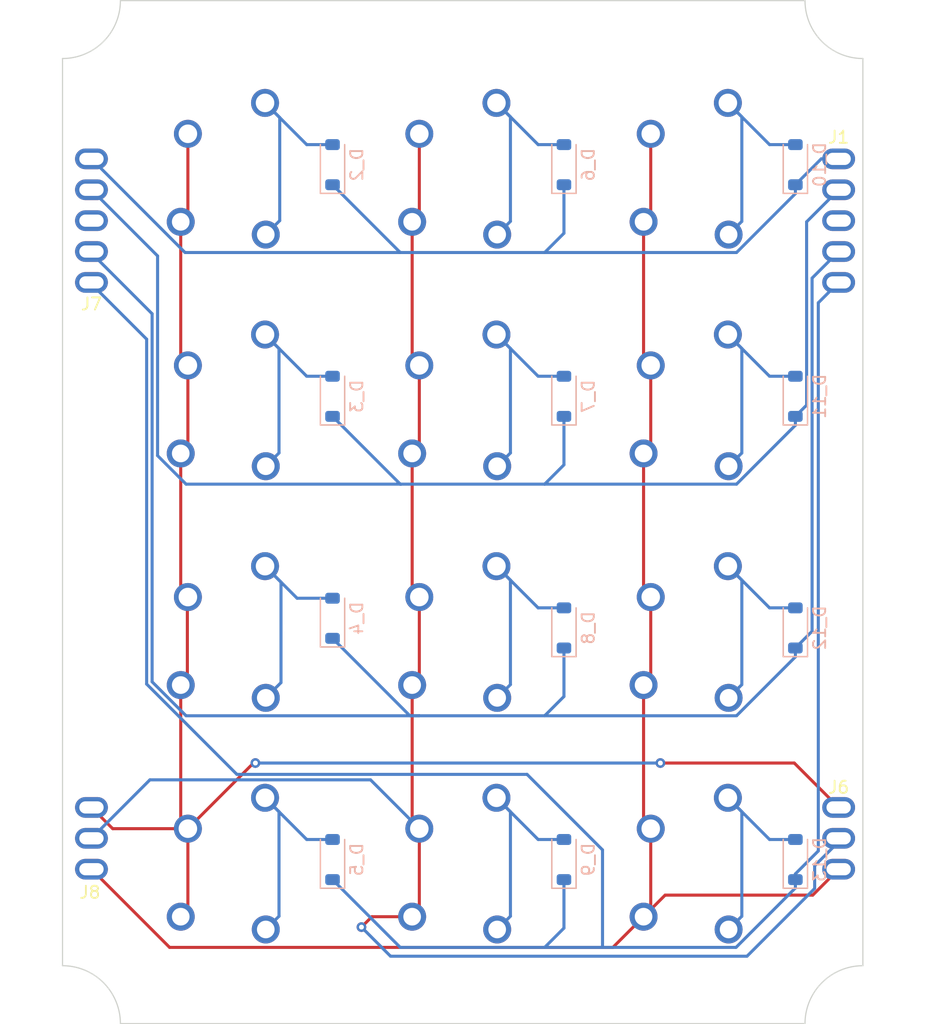
<source format=kicad_pcb>
(kicad_pcb (version 20240108) (generator "pcbnew") (generator_version "8.0")
  (layers (0 "F.Cu" signal) (31 "B.Cu" signal) (34 "B.Paste" user) (35 "F.Paste" user) (36 "B.SilkS" user "B.Silkscreen") (37 "F.SilkS" user "F.Silkscreen") (38 "B.Mask" user) (39 "F.Mask" user) (44 "Edge.Cuts" user))
  (net 0 "")
  (footprint "Connector_PinHeader_2.54mm:PinHeader_1x03_P2.54mm_Horizontal" (layer "F.Cu") (at 143.6435 114.39525)
    (property "Reference" "J6" (at 0 -1.651 0) (layer "F.SilkS"))
    (property "Value" "Conn_01x03_Socket")
    (pad "1" thru_hole oval (at 0 0) (size 2.7 1.7) (drill oval 2 1) (layers "*.Cu" "*.Mask"))
    (pad "2" thru_hole oval (at 0 2.54) (size 2.7 1.7) (drill oval 2 1) (layers "*.Cu" "*.Mask"))
    (pad "3" thru_hole oval (at 0 5.08) (size 2.7 1.7) (drill oval 2 1) (layers "*.Cu" "*.Mask"))
  )
  (footprint "Gateron_KS33_Solderable:Gateron-KS33-Solderable-1U" (layer "F.Cu") (at 93.88475 61.5315)
    (property "Reference" "K_58")
    (property "Value" "KEYSW")
    (pad "" np_thru_hole circle (at 0 0 180) (size 5.1 5.1) (drill 5.1) (layers "F&B.Cu" "*.Mask"))
    (pad "1" thru_hole circle (at -4.4 4.7 180) (size 2.3 2.3) (drill 1.45) (layers "*.Cu" "B.Mask"))
    (pad "2" thru_hole circle (at 2.6 5.75 180) (size 2.3 2.3) (drill 1.45) (layers "*.Cu" "B.Mask"))
  )
  (footprint "MX_Solderable:MX-Solderable-1U" (layer "F.Cu") (at 131.98475 99.6315)
    (property "Reference" "K_12")
    (property "Value" "KEYSW")
    (pad "" np_thru_hole circle (at -5.08 0 48.099) (size 1.7018 1.7018) (drill 1.7018) (layers "F&B.Cu" "*.Mask"))
    (pad "" np_thru_hole circle (at 0 0) (size 3.9878 3.9878) (drill 3.9878) (layers "F&B.Cu" "*.Mask"))
    (pad "" np_thru_hole circle (at 5.08 0 48.099) (size 1.7018 1.7018) (drill 1.7018) (layers "F&B.Cu" "*.Mask"))
    (pad "1" thru_hole circle (at -3.81 -2.54) (size 2.3 2.3) (drill 1.524) (layers "*.Cu" "B.Mask"))
    (pad "2" thru_hole circle (at 2.54 -5.08) (size 2.3 2.3) (drill 1.524) (layers "*.Cu" "B.Mask"))
  )
  (footprint "Connector_PinHeader_2.54mm:PinHeader_1x03_P2.54mm_Horizontal" (layer "F.Cu") (at 82.13725 119.47525 180)
    (property "Reference" "J8" (at 0.127 -1.905 0) (layer "F.SilkS"))
    (property "Value" "Conn_01x03_Socket")
    (pad "1" thru_hole oval (at 0 0 180) (size 2.7 1.7) (drill oval 2 1) (layers "*.Cu" "*.Mask"))
    (pad "2" thru_hole oval (at 0 2.54 180) (size 2.7 1.7) (drill oval 2 1) (layers "*.Cu" "*.Mask"))
    (pad "3" thru_hole oval (at 0 5.08 180) (size 2.7 1.7) (drill oval 2 1) (layers "*.Cu" "*.Mask"))
  )
  (footprint "MX_Solderable:MX-Solderable-1U" (layer "F.Cu") (at 93.88475 80.5815)
    (property "Reference" "K_3")
    (property "Value" "KEYSW")
    (pad "" np_thru_hole circle (at -5.08 0 48.099) (size 1.7018 1.7018) (drill 1.7018) (layers "F&B.Cu" "*.Mask"))
    (pad "" np_thru_hole circle (at 0 0) (size 3.9878 3.9878) (drill 3.9878) (layers "F&B.Cu" "*.Mask"))
    (pad "" np_thru_hole circle (at 5.08 0 48.099) (size 1.7018 1.7018) (drill 1.7018) (layers "F&B.Cu" "*.Mask"))
    (pad "1" thru_hole circle (at -3.81 -2.54) (size 2.3 2.3) (drill 1.524) (layers "*.Cu" "B.Mask"))
    (pad "2" thru_hole circle (at 2.54 -5.08) (size 2.3 2.3) (drill 1.524) (layers "*.Cu" "B.Mask"))
  )
  (footprint "MX_Solderable:MX-Solderable-1U" (layer "F.Cu") (at 93.88475 99.6315)
    (property "Reference" "K_4")
    (property "Value" "KEYSW")
    (pad "" np_thru_hole circle (at -5.08 0 48.099) (size 1.7018 1.7018) (drill 1.7018) (layers "F&B.Cu" "*.Mask"))
    (pad "" np_thru_hole circle (at 0 0) (size 3.9878 3.9878) (drill 3.9878) (layers "F&B.Cu" "*.Mask"))
    (pad "" np_thru_hole circle (at 5.08 0 48.099) (size 1.7018 1.7018) (drill 1.7018) (layers "F&B.Cu" "*.Mask"))
    (pad "1" thru_hole circle (at -3.81 -2.54) (size 2.3 2.3) (drill 1.524) (layers "*.Cu" "B.Mask"))
    (pad "2" thru_hole circle (at 2.54 -5.08) (size 2.3 2.3) (drill 1.524) (layers "*.Cu" "B.Mask"))
  )
  (footprint "Gateron_KS33_Solderable:Gateron-KS33-Solderable-1.25U" (layer "F.Cu") (at 93.88475 118.6815)
    (property "Reference" "K_61")
    (property "Value" "KEYSW")
    (pad "" np_thru_hole circle (at 0 0 180) (size 5.1 5.1) (drill 5.1) (layers "F&B.Cu" "*.Mask"))
    (pad "1" thru_hole circle (at -4.4 4.7 180) (size 2.3 2.3) (drill 1.45) (layers "*.Cu" "B.Mask"))
    (pad "2" thru_hole circle (at 2.6 5.75 180) (size 2.3 2.3) (drill 1.45) (layers "*.Cu" "B.Mask"))
  )
  (footprint "Gateron_KS33_Solderable:Gateron-KS33-Solderable-1U" (layer "F.Cu") (at 93.88475 99.6315)
    (property "Reference" "K_60")
    (property "Value" "KEYSW")
    (pad "" np_thru_hole circle (at 0 0 180) (size 5.1 5.1) (drill 5.1) (layers "F&B.Cu" "*.Mask"))
    (pad "1" thru_hole circle (at -4.4 4.7 180) (size 2.3 2.3) (drill 1.45) (layers "*.Cu" "B.Mask"))
    (pad "2" thru_hole circle (at 2.6 5.75 180) (size 2.3 2.3) (drill 1.45) (layers "*.Cu" "B.Mask"))
  )
  (footprint "Gateron_KS33_Solderable:Gateron-KS33-Solderable-1U" (layer "F.Cu") (at 131.98475 61.5315)
    (property "Reference" "K_66")
    (property "Value" "KEYSW")
    (pad "" np_thru_hole circle (at 0 0 180) (size 5.1 5.1) (drill 5.1) (layers "F&B.Cu" "*.Mask"))
    (pad "1" thru_hole circle (at -4.4 4.7 180) (size 2.3 2.3) (drill 1.45) (layers "*.Cu" "B.Mask"))
    (pad "2" thru_hole circle (at 2.6 5.75 180) (size 2.3 2.3) (drill 1.45) (layers "*.Cu" "B.Mask"))
  )
  (footprint "Gateron_KS33_Solderable:Gateron-KS33-Solderable-1U" (layer "F.Cu") (at 112.93475 99.6315)
    (property "Reference" "K_64")
    (property "Value" "KEYSW")
    (pad "" np_thru_hole circle (at 0 0 180) (size 5.1 5.1) (drill 5.1) (layers "F&B.Cu" "*.Mask"))
    (pad "1" thru_hole circle (at -4.4 4.7 180) (size 2.3 2.3) (drill 1.45) (layers "*.Cu" "B.Mask"))
    (pad "2" thru_hole circle (at 2.6 5.75 180) (size 2.3 2.3) (drill 1.45) (layers "*.Cu" "B.Mask"))
  )
  (footprint "MX_Solderable:MX-Solderable-1U" (layer "F.Cu") (at 93.88475 118.6815)
    (property "Reference" "K_5")
    (property "Value" "KEYSW")
    (pad "" np_thru_hole circle (at -5.08 0 48.099) (size 1.7018 1.7018) (drill 1.7018) (layers "F&B.Cu" "*.Mask"))
    (pad "" np_thru_hole circle (at 0 0) (size 3.9878 3.9878) (drill 3.9878) (layers "F&B.Cu" "*.Mask"))
    (pad "" np_thru_hole circle (at 5.08 0 48.099) (size 1.7018 1.7018) (drill 1.7018) (layers "F&B.Cu" "*.Mask"))
    (pad "1" thru_hole circle (at -3.81 -2.54) (size 2.3 2.3) (drill 1.524) (layers "*.Cu" "B.Mask"))
    (pad "2" thru_hole circle (at 2.54 -5.08) (size 2.3 2.3) (drill 1.524) (layers "*.Cu" "B.Mask"))
  )
  (footprint "Connector_PinHeader_2.54mm:PinHeader_1x05_P2.54mm_Horizontal" (layer "F.Cu") (at 143.6435 61.05525)
    (property "Reference" "J1" (at 0 -1.778 0) (layer "F.SilkS"))
    (property "Value" "Conn_01x04_Socket")
    (pad "1" thru_hole oval (at 0 0) (size 2.7 1.7) (drill oval 2 1) (layers "*.Cu" "*.Mask"))
    (pad "2" thru_hole oval (at 0 2.54) (size 2.7 1.7) (drill oval 2 1) (layers "*.Cu" "*.Mask"))
    (pad "3" thru_hole oval (at 0 5.08) (size 2.7 1.7) (drill oval 2 1) (layers "*.Cu" "*.Mask"))
    (pad "4" thru_hole oval (at 0 7.62) (size 2.7 1.7) (drill oval 2 1) (layers "*.Cu" "*.Mask"))
    (pad "5" thru_hole oval (at 0 10.16) (size 2.7 1.7) (drill oval 2 1) (layers "*.Cu" "*.Mask"))
  )
  (footprint "Gateron_KS33_Solderable:Gateron-KS33-Solderable-1U" (layer "F.Cu") (at 112.93475 118.6815)
    (property "Reference" "K_65")
    (property "Value" "KEYSW")
    (pad "" np_thru_hole circle (at 0 0 180) (size 5.1 5.1) (drill 5.1) (layers "F&B.Cu" "*.Mask"))
    (pad "1" thru_hole circle (at -4.4 4.7 180) (size 2.3 2.3) (drill 1.45) (layers "*.Cu" "B.Mask"))
    (pad "2" thru_hole circle (at 2.6 5.75 180) (size 2.3 2.3) (drill 1.45) (layers "*.Cu" "B.Mask"))
  )
  (footprint "Gateron_KS33_Solderable:Gateron-KS33-Solderable-1.25U" (layer "F.Cu") (at 131.98475 118.6815)
    (property "Reference" "K_69")
    (property "Value" "KEYSW")
    (pad "" np_thru_hole circle (at 0 0 180) (size 5.1 5.1) (drill 5.1) (layers "F&B.Cu" "*.Mask"))
    (pad "1" thru_hole circle (at -4.4 4.7 180) (size 2.3 2.3) (drill 1.45) (layers "*.Cu" "B.Mask"))
    (pad "2" thru_hole circle (at 2.6 5.75 180) (size 2.3 2.3) (drill 1.45) (layers "*.Cu" "B.Mask"))
  )
  (footprint "Gateron_KS33_Solderable:Gateron-KS33-Solderable-1U" (layer "F.Cu") (at 131.98475 99.6315)
    (property "Reference" "K_68")
    (property "Value" "KEYSW")
    (pad "" np_thru_hole circle (at 0 0 180) (size 5.1 5.1) (drill 5.1) (layers "F&B.Cu" "*.Mask"))
    (pad "1" thru_hole circle (at -4.4 4.7 180) (size 2.3 2.3) (drill 1.45) (layers "*.Cu" "B.Mask"))
    (pad "2" thru_hole circle (at 2.6 5.75 180) (size 2.3 2.3) (drill 1.45) (layers "*.Cu" "B.Mask"))
  )
  (footprint "MX_Solderable:MX-Solderable-1U" (layer "F.Cu") (at 112.93475 80.5815)
    (property "Reference" "K_7")
    (property "Value" "KEYSW")
    (pad "" np_thru_hole circle (at -5.08 0 48.099) (size 1.7018 1.7018) (drill 1.7018) (layers "F&B.Cu" "*.Mask"))
    (pad "" np_thru_hole circle (at 0 0) (size 3.9878 3.9878) (drill 3.9878) (layers "F&B.Cu" "*.Mask"))
    (pad "" np_thru_hole circle (at 5.08 0 48.099) (size 1.7018 1.7018) (drill 1.7018) (layers "F&B.Cu" "*.Mask"))
    (pad "1" thru_hole circle (at -3.81 -2.54) (size 2.3 2.3) (drill 1.524) (layers "*.Cu" "B.Mask"))
    (pad "2" thru_hole circle (at 2.54 -5.08) (size 2.3 2.3) (drill 1.524) (layers "*.Cu" "B.Mask"))
  )
  (footprint "Gateron_KS33_Solderable:Gateron-KS33-Solderable-1U" (layer "F.Cu") (at 131.98475 80.5815)
    (property "Reference" "K_67")
    (property "Value" "KEYSW")
    (pad "" np_thru_hole circle (at 0 0 180) (size 5.1 5.1) (drill 5.1) (layers "F&B.Cu" "*.Mask"))
    (pad "1" thru_hole circle (at -4.4 4.7 180) (size 2.3 2.3) (drill 1.45) (layers "*.Cu" "B.Mask"))
    (pad "2" thru_hole circle (at 2.6 5.75 180) (size 2.3 2.3) (drill 1.45) (layers "*.Cu" "B.Mask"))
  )
  (footprint "MX_Solderable:MX-Solderable-1U" (layer "F.Cu") (at 112.93475 99.6315)
    (property "Reference" "K_8")
    (property "Value" "KEYSW")
    (pad "" np_thru_hole circle (at -5.08 0 48.099) (size 1.7018 1.7018) (drill 1.7018) (layers "F&B.Cu" "*.Mask"))
    (pad "" np_thru_hole circle (at 0 0) (size 3.9878 3.9878) (drill 3.9878) (layers "F&B.Cu" "*.Mask"))
    (pad "" np_thru_hole circle (at 5.08 0 48.099) (size 1.7018 1.7018) (drill 1.7018) (layers "F&B.Cu" "*.Mask"))
    (pad "1" thru_hole circle (at -3.81 -2.54) (size 2.3 2.3) (drill 1.524) (layers "*.Cu" "B.Mask"))
    (pad "2" thru_hole circle (at 2.54 -5.08) (size 2.3 2.3) (drill 1.524) (layers "*.Cu" "B.Mask"))
  )
  (footprint "MX_Solderable:MX-Solderable-1U" (layer "F.Cu") (at 112.93475 118.6815)
    (property "Reference" "K_9")
    (property "Value" "KEYSW")
    (pad "" np_thru_hole circle (at -5.08 0 48.099) (size 1.7018 1.7018) (drill 1.7018) (layers "F&B.Cu" "*.Mask"))
    (pad "" np_thru_hole circle (at 0 0) (size 3.9878 3.9878) (drill 3.9878) (layers "F&B.Cu" "*.Mask"))
    (pad "" np_thru_hole circle (at 5.08 0 48.099) (size 1.7018 1.7018) (drill 1.7018) (layers "F&B.Cu" "*.Mask"))
    (pad "1" thru_hole circle (at -3.81 -2.54) (size 2.3 2.3) (drill 1.524) (layers "*.Cu" "B.Mask"))
    (pad "2" thru_hole circle (at 2.54 -5.08) (size 2.3 2.3) (drill 1.524) (layers "*.Cu" "B.Mask"))
  )
  (footprint "Gateron_KS33_Solderable:Gateron-KS33-Solderable-1U" (layer "F.Cu") (at 112.93475 61.5315)
    (property "Reference" "K_62")
    (property "Value" "KEYSW")
    (pad "" np_thru_hole circle (at 0 0 180) (size 5.1 5.1) (drill 5.1) (layers "F&B.Cu" "*.Mask"))
    (pad "1" thru_hole circle (at -4.4 4.7 180) (size 2.3 2.3) (drill 1.45) (layers "*.Cu" "B.Mask"))
    (pad "2" thru_hole circle (at 2.6 5.75 180) (size 2.3 2.3) (drill 1.45) (layers "*.Cu" "B.Mask"))
  )
  (footprint "MX_Solderable:MX-Solderable-1U" (layer "F.Cu") (at 93.88475 61.5315)
    (property "Reference" "K_2")
    (property "Value" "KEYSW")
    (pad "" np_thru_hole circle (at -5.08 0 48.099) (size 1.7018 1.7018) (drill 1.7018) (layers "F&B.Cu" "*.Mask"))
    (pad "" np_thru_hole circle (at 0 0) (size 3.9878 3.9878) (drill 3.9878) (layers "F&B.Cu" "*.Mask"))
    (pad "" np_thru_hole circle (at 5.08 0 48.099) (size 1.7018 1.7018) (drill 1.7018) (layers "F&B.Cu" "*.Mask"))
    (pad "1" thru_hole circle (at -3.81 -2.54) (size 2.3 2.3) (drill 1.524) (layers "*.Cu" "B.Mask"))
    (pad "2" thru_hole circle (at 2.54 -5.08) (size 2.3 2.3) (drill 1.524) (layers "*.Cu" "B.Mask"))
  )
  (footprint "MX_Solderable:MX-Solderable-1U" (layer "F.Cu") (at 131.98475 118.6815)
    (property "Reference" "K_13")
    (property "Value" "KEYSW")
    (pad "" np_thru_hole circle (at -5.08 0 48.099) (size 1.7018 1.7018) (drill 1.7018) (layers "F&B.Cu" "*.Mask"))
    (pad "" np_thru_hole circle (at 0 0) (size 3.9878 3.9878) (drill 3.9878) (layers "F&B.Cu" "*.Mask"))
    (pad "" np_thru_hole circle (at 5.08 0 48.099) (size 1.7018 1.7018) (drill 1.7018) (layers "F&B.Cu" "*.Mask"))
    (pad "1" thru_hole circle (at -3.81 -2.54) (size 2.3 2.3) (drill 1.524) (layers "*.Cu" "B.Mask"))
    (pad "2" thru_hole circle (at 2.54 -5.08) (size 2.3 2.3) (drill 1.524) (layers "*.Cu" "B.Mask"))
  )
  (footprint "MX_Solderable:MX-Solderable-1U" (layer "F.Cu") (at 131.98475 61.5315)
    (property "Reference" "K_10")
    (property "Value" "KEYSW")
    (pad "" np_thru_hole circle (at -5.08 0 48.099) (size 1.7018 1.7018) (drill 1.7018) (layers "F&B.Cu" "*.Mask"))
    (pad "" np_thru_hole circle (at 0 0) (size 3.9878 3.9878) (drill 3.9878) (layers "F&B.Cu" "*.Mask"))
    (pad "" np_thru_hole circle (at 5.08 0 48.099) (size 1.7018 1.7018) (drill 1.7018) (layers "F&B.Cu" "*.Mask"))
    (pad "1" thru_hole circle (at -3.81 -2.54) (size 2.3 2.3) (drill 1.524) (layers "*.Cu" "B.Mask"))
    (pad "2" thru_hole circle (at 2.54 -5.08) (size 2.3 2.3) (drill 1.524) (layers "*.Cu" "B.Mask"))
  )
  (footprint "Gateron_KS33_Solderable:Gateron-KS33-Solderable-1U" (layer "F.Cu") (at 112.93475 80.5815)
    (property "Reference" "K_63")
    (property "Value" "KEYSW")
    (pad "" np_thru_hole circle (at 0 0 180) (size 5.1 5.1) (drill 5.1) (layers "F&B.Cu" "*.Mask"))
    (pad "1" thru_hole circle (at -4.4 4.7 180) (size 2.3 2.3) (drill 1.45) (layers "*.Cu" "B.Mask"))
    (pad "2" thru_hole circle (at 2.6 5.75 180) (size 2.3 2.3) (drill 1.45) (layers "*.Cu" "B.Mask"))
  )
  (footprint "MX_Solderable:MX-Solderable-1U" (layer "F.Cu") (at 131.98475 80.5815)
    (property "Reference" "K_11")
    (property "Value" "KEYSW")
    (pad "" np_thru_hole circle (at -5.08 0 48.099) (size 1.7018 1.7018) (drill 1.7018) (layers "F&B.Cu" "*.Mask"))
    (pad "" np_thru_hole circle (at 0 0) (size 3.9878 3.9878) (drill 3.9878) (layers "F&B.Cu" "*.Mask"))
    (pad "" np_thru_hole circle (at 5.08 0 48.099) (size 1.7018 1.7018) (drill 1.7018) (layers "F&B.Cu" "*.Mask"))
    (pad "1" thru_hole circle (at -3.81 -2.54) (size 2.3 2.3) (drill 1.524) (layers "*.Cu" "B.Mask"))
    (pad "2" thru_hole circle (at 2.54 -5.08) (size 2.3 2.3) (drill 1.524) (layers "*.Cu" "B.Mask"))
  )
  (footprint "Connector_PinHeader_2.54mm:PinHeader_1x05_P2.54mm_Horizontal" (layer "F.Cu") (at 82.13725 71.21525 180)
    (property "Reference" "J7" (at 0 -1.778 180) (layer "F.SilkS"))
    (property "Value" "Conn_01x04_Socket")
    (pad "1" thru_hole oval (at 0 0 180) (size 2.7 1.7) (drill oval 2 1) (layers "*.Cu" "*.Mask"))
    (pad "2" thru_hole oval (at 0 2.54 180) (size 2.7 1.7) (drill oval 2 1) (layers "*.Cu" "*.Mask"))
    (pad "3" thru_hole oval (at 0 5.08 180) (size 2.7 1.7) (drill oval 2 1) (layers "*.Cu" "*.Mask"))
    (pad "4" thru_hole oval (at 0 7.62 180) (size 2.7 1.7) (drill oval 2 1) (layers "*.Cu" "*.Mask"))
    (pad "5" thru_hole oval (at 0 10.16 180) (size 2.7 1.7) (drill oval 2 1) (layers "*.Cu" "*.Mask"))
  )
  (footprint "Gateron_KS33_Solderable:Gateron-KS33-Solderable-1U" (layer "F.Cu") (at 93.88475 80.5815)
    (property "Reference" "K_59")
    (property "Value" "KEYSW")
    (pad "" np_thru_hole circle (at 0 0 180) (size 5.1 5.1) (drill 5.1) (layers "F&B.Cu" "*.Mask"))
    (pad "1" thru_hole circle (at -4.4 4.7 180) (size 2.3 2.3) (drill 1.45) (layers "*.Cu" "B.Mask"))
    (pad "2" thru_hole circle (at 2.6 5.75 180) (size 2.3 2.3) (drill 1.45) (layers "*.Cu" "B.Mask"))
  )
  (footprint "MX_Solderable:MX-Solderable-1U" (layer "F.Cu") (at 112.93475 61.5315)
    (property "Reference" "K_6")
    (property "Value" "KEYSW")
    (pad "" np_thru_hole circle (at -5.08 0 48.099) (size 1.7018 1.7018) (drill 1.7018) (layers "F&B.Cu" "*.Mask"))
    (pad "" np_thru_hole circle (at 0 0) (size 3.9878 3.9878) (drill 3.9878) (layers "F&B.Cu" "*.Mask"))
    (pad "" np_thru_hole circle (at 5.08 0 48.099) (size 1.7018 1.7018) (drill 1.7018) (layers "F&B.Cu" "*.Mask"))
    (pad "1" thru_hole circle (at -3.81 -2.54) (size 2.3 2.3) (drill 1.524) (layers "*.Cu" "B.Mask"))
    (pad "2" thru_hole circle (at 2.54 -5.08) (size 2.3 2.3) (drill 1.524) (layers "*.Cu" "B.Mask"))
  )
  (footprint "Diode_SMD:D_SOD-123" (layer "B.Cu") (at 101.981 61.5315 90)
    (property "Reference" "D_2" (at 0 2 90) (layer "B.SilkS") (effects (justify mirror)))
    (property "Value" "D")
    (fp_line (start 1.65 -1) (end -2.36 -1) (stroke (width 0.12)) (layer "B.SilkS"))
    (fp_line (start -2.36 -1) (end -2.36 1) (stroke (width 0.12)) (layer "B.SilkS"))
    (fp_line (start 1.65 1) (end -2.36 1) (stroke (width 0.12)) (layer "B.SilkS"))
    (pad "1" smd roundrect (at -1.65 0 90) (size 0.9 1.2) (layers "B.Cu" "B.Paste" "B.Mask"))
    (pad "2" smd roundrect (at 1.65 0 90) (size 0.9 1.2) (layers "B.Cu" "B.Paste" "B.Mask"))
  )
  (footprint "Diode_SMD:D_SOD-123" (layer "B.Cu") (at 121.031 99.6315 90)
    (property "Reference" "D_8" (at 0 2 90) (layer "B.SilkS") (effects (justify mirror)))
    (property "Value" "D")
    (fp_line (start 1.65 -1) (end -2.36 -1) (stroke (width 0.12)) (layer "B.SilkS"))
    (fp_line (start -2.36 -1) (end -2.36 1) (stroke (width 0.12)) (layer "B.SilkS"))
    (fp_line (start 1.65 1) (end -2.36 1) (stroke (width 0.12)) (layer "B.SilkS"))
    (pad "1" smd roundrect (at -1.65 0 90) (size 0.9 1.2) (layers "B.Cu" "B.Paste" "B.Mask"))
    (pad "2" smd roundrect (at 1.65 0 90) (size 0.9 1.2) (layers "B.Cu" "B.Paste" "B.Mask"))
  )
  (footprint "Diode_SMD:D_SOD-123" (layer "B.Cu") (at 121.031 118.6815 90)
    (property "Reference" "D_9" (at 0 2 90) (layer "B.SilkS") (effects (justify mirror)))
    (property "Value" "D")
    (fp_line (start 1.65 -1) (end -2.36 -1) (stroke (width 0.12)) (layer "B.SilkS"))
    (fp_line (start -2.36 -1) (end -2.36 1) (stroke (width 0.12)) (layer "B.SilkS"))
    (fp_line (start 1.65 1) (end -2.36 1) (stroke (width 0.12)) (layer "B.SilkS"))
    (pad "1" smd roundrect (at -1.65 0 90) (size 0.9 1.2) (layers "B.Cu" "B.Paste" "B.Mask"))
    (pad "2" smd roundrect (at 1.65 0 90) (size 0.9 1.2) (layers "B.Cu" "B.Paste" "B.Mask"))
  )
  (footprint "Diode_SMD:D_SOD-123" (layer "B.Cu") (at 121.031 61.5315 90)
    (property "Reference" "D_6" (at 0 2 90) (layer "B.SilkS") (effects (justify mirror)))
    (property "Value" "D")
    (fp_line (start 1.65 -1) (end -2.36 -1) (stroke (width 0.12)) (layer "B.SilkS"))
    (fp_line (start -2.36 -1) (end -2.36 1) (stroke (width 0.12)) (layer "B.SilkS"))
    (fp_line (start 1.65 1) (end -2.36 1) (stroke (width 0.12)) (layer "B.SilkS"))
    (pad "1" smd roundrect (at -1.65 0 90) (size 0.9 1.2) (layers "B.Cu" "B.Paste" "B.Mask"))
    (pad "2" smd roundrect (at 1.65 0 90) (size 0.9 1.2) (layers "B.Cu" "B.Paste" "B.Mask"))
  )
  (footprint "Diode_SMD:D_SOD-123" (layer "B.Cu") (at 101.981 98.83775 90)
    (property "Reference" "D_4" (at 0 2 90) (layer "B.SilkS") (effects (justify mirror)))
    (property "Value" "D")
    (fp_line (start 1.65 -1) (end -2.36 -1) (stroke (width 0.12)) (layer "B.SilkS"))
    (fp_line (start -2.36 -1) (end -2.36 1) (stroke (width 0.12)) (layer "B.SilkS"))
    (fp_line (start 1.65 1) (end -2.36 1) (stroke (width 0.12)) (layer "B.SilkS"))
    (pad "1" smd roundrect (at -1.65 0 90) (size 0.9 1.2) (layers "B.Cu" "B.Paste" "B.Mask"))
    (pad "2" smd roundrect (at 1.65 0 90) (size 0.9 1.2) (layers "B.Cu" "B.Paste" "B.Mask"))
  )
  (footprint "Diode_SMD:D_SOD-123" (layer "B.Cu") (at 101.981 80.5815 90)
    (property "Reference" "D_3" (at 0 2 90) (layer "B.SilkS") (effects (justify mirror)))
    (property "Value" "D")
    (fp_line (start 1.65 -1) (end -2.36 -1) (stroke (width 0.12)) (layer "B.SilkS"))
    (fp_line (start -2.36 -1) (end -2.36 1) (stroke (width 0.12)) (layer "B.SilkS"))
    (fp_line (start 1.65 1) (end -2.36 1) (stroke (width 0.12)) (layer "B.SilkS"))
    (pad "1" smd roundrect (at -1.65 0 90) (size 0.9 1.2) (layers "B.Cu" "B.Paste" "B.Mask"))
    (pad "2" smd roundrect (at 1.65 0 90) (size 0.9 1.2) (layers "B.Cu" "B.Paste" "B.Mask"))
  )
  (footprint "Diode_SMD:D_SOD-123" (layer "B.Cu") (at 140.081 80.5815 90)
    (property "Reference" "D_11" (at 0 2 90) (layer "B.SilkS") (effects (justify mirror)))
    (property "Value" "D")
    (fp_line (start 1.65 -1) (end -2.36 -1) (stroke (width 0.12)) (layer "B.SilkS"))
    (fp_line (start -2.36 -1) (end -2.36 1) (stroke (width 0.12)) (layer "B.SilkS"))
    (fp_line (start 1.65 1) (end -2.36 1) (stroke (width 0.12)) (layer "B.SilkS"))
    (pad "1" smd roundrect (at -1.65 0 90) (size 0.9 1.2) (layers "B.Cu" "B.Paste" "B.Mask"))
    (pad "2" smd roundrect (at 1.65 0 90) (size 0.9 1.2) (layers "B.Cu" "B.Paste" "B.Mask"))
  )
  (footprint "Diode_SMD:D_SOD-123" (layer "B.Cu") (at 101.981 118.6815 90)
    (property "Reference" "D_5" (at 0 2 90) (layer "B.SilkS") (effects (justify mirror)))
    (property "Value" "D")
    (fp_line (start 1.65 -1) (end -2.36 -1) (stroke (width 0.12)) (layer "B.SilkS"))
    (fp_line (start -2.36 -1) (end -2.36 1) (stroke (width 0.12)) (layer "B.SilkS"))
    (fp_line (start 1.65 1) (end -2.36 1) (stroke (width 0.12)) (layer "B.SilkS"))
    (pad "1" smd roundrect (at -1.65 0 90) (size 0.9 1.2) (layers "B.Cu" "B.Paste" "B.Mask"))
    (pad "2" smd roundrect (at 1.65 0 90) (size 0.9 1.2) (layers "B.Cu" "B.Paste" "B.Mask"))
  )
  (footprint "Diode_SMD:D_SOD-123" (layer "B.Cu") (at 121.031 80.5815 90)
    (property "Reference" "D_7" (at 0 2 90) (layer "B.SilkS") (effects (justify mirror)))
    (property "Value" "D")
    (fp_line (start 1.65 -1) (end -2.36 -1) (stroke (width 0.12)) (layer "B.SilkS"))
    (fp_line (start -2.36 -1) (end -2.36 1) (stroke (width 0.12)) (layer "B.SilkS"))
    (fp_line (start 1.65 1) (end -2.36 1) (stroke (width 0.12)) (layer "B.SilkS"))
    (pad "1" smd roundrect (at -1.65 0 90) (size 0.9 1.2) (layers "B.Cu" "B.Paste" "B.Mask"))
    (pad "2" smd roundrect (at 1.65 0 90) (size 0.9 1.2) (layers "B.Cu" "B.Paste" "B.Mask"))
  )
  (footprint "Diode_SMD:D_SOD-123" (layer "B.Cu") (at 140.081 118.6815 90)
    (property "Reference" "D_13" (at 0 2 90) (layer "B.SilkS") (effects (justify mirror)))
    (property "Value" "D")
    (fp_line (start 1.65 -1) (end -2.36 -1) (stroke (width 0.12)) (layer "B.SilkS"))
    (fp_line (start -2.36 -1) (end -2.36 1) (stroke (width 0.12)) (layer "B.SilkS"))
    (fp_line (start 1.65 1) (end -2.36 1) (stroke (width 0.12)) (layer "B.SilkS"))
    (pad "1" smd roundrect (at -1.65 0 90) (size 0.9 1.2) (layers "B.Cu" "B.Paste" "B.Mask"))
    (pad "2" smd roundrect (at 1.65 0 90) (size 0.9 1.2) (layers "B.Cu" "B.Paste" "B.Mask"))
  )
  (footprint "Diode_SMD:D_SOD-123" (layer "B.Cu") (at 140.081 99.6315 90)
    (property "Reference" "D_12" (at 0 2 90) (layer "B.SilkS") (effects (justify mirror)))
    (property "Value" "D")
    (fp_line (start 1.65 -1) (end -2.36 -1) (stroke (width 0.12)) (layer "B.SilkS"))
    (fp_line (start -2.36 -1) (end -2.36 1) (stroke (width 0.12)) (layer "B.SilkS"))
    (fp_line (start 1.65 1) (end -2.36 1) (stroke (width 0.12)) (layer "B.SilkS"))
    (pad "1" smd roundrect (at -1.65 0 90) (size 0.9 1.2) (layers "B.Cu" "B.Paste" "B.Mask"))
    (pad "2" smd roundrect (at 1.65 0 90) (size 0.9 1.2) (layers "B.Cu" "B.Paste" "B.Mask"))
  )
  (footprint "Diode_SMD:D_SOD-123" (layer "B.Cu") (at 140.081 61.5315 90)
    (property "Reference" "D_10" (at 0 2 90) (layer "B.SilkS") (effects (justify mirror)))
    (property "Value" "D")
    (fp_line (start 1.65 -1) (end -2.36 -1) (stroke (width 0.12)) (layer "B.SilkS"))
    (fp_line (start -2.36 -1) (end -2.36 1) (stroke (width 0.12)) (layer "B.SilkS"))
    (fp_line (start 1.65 1) (end -2.36 1) (stroke (width 0.12)) (layer "B.SilkS"))
    (pad "1" smd roundrect (at -1.65 0 90) (size 0.9 1.2) (layers "B.Cu" "B.Paste" "B.Mask"))
    (pad "2" smd roundrect (at 1.65 0 90) (size 0.9 1.2) (layers "B.Cu" "B.Paste" "B.Mask"))
  )
  (gr_line (start 145.63725 127.41275) (end 145.63725 52.80025) (stroke (width 0.1)) (layer "Edge.Cuts"))
  (gr_line (start 84.5185 132.17525) (end 140.87475 132.17525) (stroke (width 0.1)) (layer "Edge.Cuts"))
  (gr_arc (start 79.756 127.41275) (mid 83.123591 128.807659) (end 84.5185 132.17525) (stroke (width 0.1)) (layer "Edge.Cuts"))
  (gr_line (start 140.87475 48.03775) (end 84.5185 48.03775) (stroke (width 0.1)) (layer "Edge.Cuts"))
  (gr_arc (start 145.63725 52.80025) (mid 142.269654 51.405346) (end 140.87475 48.03775) (stroke (width 0.1)) (layer "Edge.Cuts"))
  (gr_arc (start 140.87475 132.17525) (mid 142.269654 128.807654) (end 145.63725 127.41275) (stroke (width 0.1)) (layer "Edge.Cuts"))
  (gr_arc (start 84.5185 48.03775) (mid 83.123586 51.405336) (end 79.756 52.80025) (stroke (width 0.1)) (layer "Edge.Cuts"))
  (gr_line (start 79.756 52.80025) (end 79.756 127.41275) (stroke (width 0.1)) (layer "Edge.Cuts"))
  (segment (start 109.12475 103.7415) (end 108.53475 104.3315) (width 0.25) (layer "F.Cu") (net 0))
  (segment (start 105.2185 123.3815) (end 108.53475 123.3815) (width 0.25) (layer "F.Cu") (net 0))
  (segment (start 90.07475 97.0915) (end 90.03065 97.1356) (width 0.25) (layer "F.Cu") (net 0))
  (segment (start 104.36225 124.23775) (end 105.2185 123.3815) (width 0.25) (layer "F.Cu") (net 0))
  (segment (start 90.07475 116.1415) (end 90.07475 122.7915) (width 0.25) (layer "F.Cu") (net 0))
  (segment (start 89.48475 104.3315) (end 89.48475 115.5515) (width 0.25) (layer "F.Cu") (net 0))
  (segment (start 108.53475 66.2315) (end 108.53475 77.4515) (width 0.25) (layer "F.Cu") (net 0))
  (segment (start 88.5685 125.9065) (end 82.13725 119.47525) (width 0.25) (layer "F.Cu") (net 0))
  (segment (start 89.48475 77.4515) (end 90.07475 78.0415) (width 0.25) (layer "F.Cu") (net 0))
  (segment (start 90.03065 103.7856) (end 89.48475 104.3315) (width 0.25) (layer "F.Cu") (net 0))
  (segment (start 127.58475 123.3815) (end 125.05975 125.9065) (width 0.25) (layer "F.Cu") (net 0))
  (segment (start 90.07475 65.6415) (end 89.48475 66.2315) (width 0.25) (layer "F.Cu") (net 0))
  (segment (start 128.17475 103.7415) (end 127.58475 104.3315) (width 0.25) (layer "F.Cu") (net 0))
  (segment (start 128.17475 116.1415) (end 128.17475 122.7915) (width 0.25) (layer "F.Cu") (net 0))
  (segment (start 128.17475 65.6415) (end 127.58475 66.2315) (width 0.25) (layer "F.Cu") (net 0))
  (segment (start 89.48475 115.5515) (end 90.07475 116.1415) (width 0.25) (layer "F.Cu") (net 0))
  (segment (start 89.48475 85.2815) (end 89.48475 96.5015) (width 0.25) (layer "F.Cu") (net 0))
  (segment (start 108.53475 115.5515) (end 109.12475 116.1415) (width 0.25) (layer "F.Cu") (net 0))
  (segment (start 95.631 110.744) (end 95.47225 110.744) (width 0.25) (layer "F.Cu") (net 0))
  (segment (start 108.53475 104.3315) (end 108.53475 115.5515) (width 0.25) (layer "F.Cu") (net 0))
  (segment (start 109.12475 116.1415) (end 109.12475 122.7915) (width 0.25) (layer "F.Cu") (net 0))
  (segment (start 128.17475 122.7915) (end 127.58475 123.3815) (width 0.25) (layer "F.Cu") (net 0))
  (segment (start 90.03065 97.1356) (end 90.03065 103.7856) (width 0.25) (layer "F.Cu") (net 0))
  (segment (start 141.51225 121.6065) (end 129.35975 121.6065) (width 0.25) (layer "F.Cu") (net 0))
  (segment (start 108.53475 77.4515) (end 109.12475 78.0415) (width 0.25) (layer "F.Cu") (net 0))
  (segment (start 83.8835 116.1415) (end 82.13725 114.39525) (width 0.25) (layer "F.Cu") (net 0))
  (segment (start 108.53475 85.2815) (end 108.53475 96.5015) (width 0.25) (layer "F.Cu") (net 0))
  (segment (start 90.07475 84.6915) (end 89.48475 85.2815) (width 0.25) (layer "F.Cu") (net 0))
  (segment (start 90.07475 58.9915) (end 90.07475 65.6415) (width 0.25) (layer "F.Cu") (net 0))
  (segment (start 108.53475 96.5015) (end 109.12475 97.0915) (width 0.25) (layer "F.Cu") (net 0))
  (segment (start 109.12475 58.9915) (end 109.12475 65.6415) (width 0.25) (layer "F.Cu") (net 0))
  (segment (start 128.17475 84.6915) (end 127.58475 85.2815) (width 0.25) (layer "F.Cu") (net 0))
  (segment (start 129.35975 121.6065) (end 127.58475 123.3815) (width 0.25) (layer "F.Cu") (net 0))
  (segment (start 109.12475 97.0915) (end 109.12475 103.7415) (width 0.25) (layer "F.Cu") (net 0))
  (segment (start 143.6435 119.47525) (end 141.51225 121.6065) (width 0.25) (layer "F.Cu") (net 0))
  (segment (start 128.17475 97.0915) (end 128.17475 103.7415) (width 0.25) (layer "F.Cu") (net 0))
  (segment (start 127.58475 77.4515) (end 128.17475 78.0415) (width 0.25) (layer "F.Cu") (net 0))
  (segment (start 128.17475 78.0415) (end 128.17475 84.6915) (width 0.25) (layer "F.Cu") (net 0))
  (segment (start 143.6435 114.39525) (end 139.99225 110.744) (width 0.25) (layer "F.Cu") (net 0))
  (segment (start 127.58475 66.2315) (end 127.58475 77.4515) (width 0.25) (layer "F.Cu") (net 0))
  (segment (start 90.07475 78.0415) (end 90.07475 84.6915) (width 0.25) (layer "F.Cu") (net 0))
  (segment (start 90.07475 116.1415) (end 83.8835 116.1415) (width 0.25) (layer "F.Cu") (net 0))
  (segment (start 89.48475 96.5015) (end 90.07475 97.0915) (width 0.25) (layer "F.Cu") (net 0))
  (segment (start 109.12475 65.6415) (end 108.53475 66.2315) (width 0.25) (layer "F.Cu") (net 0))
  (segment (start 128.17475 58.9915) (end 128.17475 65.6415) (width 0.25) (layer "F.Cu") (net 0))
  (segment (start 89.48475 66.2315) (end 89.48475 77.4515) (width 0.25) (layer "F.Cu") (net 0))
  (segment (start 109.12475 78.0415) (end 109.12475 84.6915) (width 0.25) (layer "F.Cu") (net 0))
  (segment (start 127.58475 115.5515) (end 128.17475 116.1415) (width 0.25) (layer "F.Cu") (net 0))
  (segment (start 127.58475 104.3315) (end 127.58475 115.5515) (width 0.25) (layer "F.Cu") (net 0))
  (segment (start 109.12475 122.7915) (end 108.53475 123.3815) (width 0.25) (layer "F.Cu") (net 0))
  (segment (start 90.07475 122.7915) (end 89.48475 123.3815) (width 0.25) (layer "F.Cu") (net 0))
  (segment (start 95.47225 110.744) (end 90.07475 116.1415) (width 0.25) (layer "F.Cu") (net 0))
  (segment (start 139.99225 110.744) (end 128.9685 110.744) (width 0.25) (layer "F.Cu") (net 0))
  (segment (start 125.05975 125.9065) (end 88.5685 125.9065) (width 0.25) (layer "F.Cu") (net 0))
  (segment (start 127.58475 85.2815) (end 127.58475 96.5015) (width 0.25) (layer "F.Cu") (net 0))
  (segment (start 127.58475 96.5015) (end 128.17475 97.0915) (width 0.25) (layer "F.Cu") (net 0))
  (segment (start 109.12475 84.6915) (end 108.53475 85.2815) (width 0.25) (layer "F.Cu") (net 0))
  (via (at 128.9685 110.744) (size 0.8) (drill 0.4) (layers "F.Cu" "B.Cu") (net 0))
  (via (at 95.631 110.744) (size 0.8) (drill 0.4) (layers "F.Cu" "B.Cu") (net 0))
  (via (at 104.36225 124.23775) (size 0.8) (drill 0.4) (layers "F.Cu" "B.Cu") (net 0))
  (segment (start 135.23725 68.7565) (end 140.081 63.91275) (width 0.25) (layer "B.Cu") (net 0))
  (segment (start 115.47475 56.4515) (end 118.90475 59.8815) (width 0.25) (layer "B.Cu") (net 0))
  (segment (start 124.206 125.9065) (end 135.195716 125.9065) (width 0.25) (layer "B.Cu") (net 0))
  (segment (start 115.47475 94.5515) (end 118.90475 97.9815) (width 0.25) (layer "B.Cu") (net 0))
  (segment (start 119.4435 68.7565) (end 135.23725 68.7565) (width 0.25) (layer "B.Cu") (net 0))
  (segment (start 117.99475 111.6765) (end 94.107388 111.6765) (width 0.25) (layer "B.Cu") (net 0))
  (segment (start 135.195716 125.9065) (end 140.081 121.021216) (width 0.25) (layer "B.Cu") (net 0))
  (segment (start 109.12475 106.8565) (end 119.4435 106.8565) (width 0.25) (layer "B.Cu") (net 0))
  (segment (start 143.6435 71.21525) (end 141.9685 72.89025) (width 0.25) (layer "B.Cu") (net 0))
  (segment (start 107.556 87.8065) (end 107.6185 87.8065) (width 0.25) (layer "B.Cu") (net 0))
  (segment (start 115.47475 113.6015) (end 116.62475 114.7515) (width 0.25) (layer "B.Cu") (net 0))
  (segment (start 116.62475 95.7015) (end 116.62475 104.2915) (width 0.25) (layer "B.Cu") (net 0))
  (segment (start 82.13725 71.34225) (end 82.13725 71.21525) (width 0.25) (layer "B.Cu") (net 0))
  (segment (start 87.12885 73.79385) (end 82.13725 68.80225) (width 0.25) (layer "B.Cu") (net 0))
  (segment (start 99.85475 59.8815) (end 101.981 59.8815) (width 0.25) (layer "B.Cu") (net 0))
  (segment (start 116.62475 76.6515) (end 116.62475 85.2415) (width 0.25) (layer "B.Cu") (net 0))
  (segment (start 121.031 86.219) (end 119.4435 87.8065) (width 0.25) (layer "B.Cu") (net 0))
  (segment (start 116.62475 57.6015) (end 116.62475 66.1915) (width 0.25) (layer "B.Cu") (net 0))
  (segment (start 96.42475 94.5515) (end 97.73885 95.8656) (width 0.25) (layer "B.Cu") (net 0))
  (segment (start 134.52475 94.5515) (end 135.67475 95.7015) (width 0.25) (layer "B.Cu") (net 0))
  (segment (start 101.981 63.1815) (end 107.506 68.7065) (width 0.25) (layer "B.Cu") (net 0))
  (segment (start 116.62475 104.2915) (end 115.53475 105.3815) (width 0.25) (layer "B.Cu") (net 0))
  (segment (start 134.52475 113.6015) (end 135.67475 114.7515) (width 0.25) (layer "B.Cu") (net 0))
  (segment (start 99.85475 117.0315) (end 101.981 117.0315) (width 0.25) (layer "B.Cu") (net 0))
  (segment (start 108.34975 106.8565) (end 109.12475 106.8565) (width 0.25) (layer "B.Cu") (net 0))
  (segment (start 121.031 124.319) (end 119.4435 125.9065) (width 0.25) (layer "B.Cu") (net 0))
  (segment (start 135.67475 95.7015) (end 135.67475 104.2915) (width 0.25) (layer "B.Cu") (net 0))
  (segment (start 121.031 63.1815) (end 121.031 67.169) (width 0.25) (layer "B.Cu") (net 0))
  (segment (start 107.6185 87.8065) (end 119.4435 87.8065) (width 0.25) (layer "B.Cu") (net 0))
  (segment (start 135.67475 123.3415) (end 134.58475 124.4315) (width 0.25) (layer "B.Cu") (net 0))
  (segment (start 135.67475 114.7515) (end 135.67475 123.3415) (width 0.25) (layer "B.Cu") (net 0))
  (segment (start 82.13725 68.80225) (end 82.13725 68.67525) (width 0.25) (layer "B.Cu") (net 0))
  (segment (start 107.456 68.7565) (end 107.506 68.7065) (width 0.25) (layer "B.Cu") (net 0))
  (segment (start 101.981 100.48775) (end 108.34975 106.8565) (width 0.25) (layer "B.Cu") (net 0))
  (segment (start 121.031 101.2815) (end 121.031 105.269) (width 0.25) (layer "B.Cu") (net 0))
  (segment (start 107.556 125.9065) (end 119.4435 125.9065) (width 0.25) (layer "B.Cu") (net 0))
  (segment (start 115.47475 94.5515) (end 116.62475 95.7015) (width 0.25) (layer "B.Cu") (net 0))
  (segment (start 140.081 121.021216) (end 140.081 120.3315) (width 0.25) (layer "B.Cu") (net 0))
  (segment (start 116.62475 123.3415) (end 115.53475 124.4315) (width 0.25) (layer "B.Cu") (net 0))
  (segment (start 137.95475 117.0315) (end 140.081 117.0315) (width 0.25) (layer "B.Cu") (net 0))
  (segment (start 97.73885 104.1274) (end 96.48475 105.3815) (width 0.25) (layer "B.Cu") (net 0))
  (segment (start 124.206 117.88775) (end 117.99475 111.6765) (width 0.25) (layer "B.Cu") (net 0))
  (segment (start 118.90475 117.0315) (end 121.031 117.0315) (width 0.25) (layer "B.Cu") (net 0))
  (segment (start 124.206 125.9065) (end 124.206 117.88775) (width 0.25) (layer "B.Cu") (net 0))
  (segment (start 121.031 82.2315) (end 121.031 86.219) (width 0.25) (layer "B.Cu") (net 0))
  (segment (start 142.20725 61.05525) (end 140.081 63.1815) (width 0.25) (layer "B.Cu") (net 0))
  (segment (start 121.031 67.169) (end 119.4435 68.7565) (width 0.25) (layer "B.Cu") (net 0))
  (segment (start 135.67475 57.6015) (end 135.67475 66.1915) (width 0.25) (layer "B.Cu") (net 0))
  (segment (start 96.42475 75.5015) (end 99.85475 78.9315) (width 0.25) (layer "B.Cu") (net 0))
  (segment (start 109.12475 116.1415) (end 105.10975 112.1265) (width 0.25) (layer "B.Cu") (net 0))
  (segment (start 97.57475 114.7515) (end 97.57475 123.3415) (width 0.25) (layer "B.Cu") (net 0))
  (segment (start 97.73885 95.8656) (end 97.73885 104.1274) (width 0.25) (layer "B.Cu") (net 0))
  (segment (start 134.52475 56.4515) (end 135.67475 57.6015) (width 0.25) (layer "B.Cu") (net 0))
  (segment (start 115.47475 113.6015) (end 118.90475 117.0315) (width 0.25) (layer "B.Cu") (net 0))
  (segment (start 137.95475 97.9815) (end 140.081 97.9815) (width 0.25) (layer "B.Cu") (net 0))
  (segment (start 140.081 119.861354) (end 140.081 120.3315) (width 0.25) (layer "B.Cu") (net 0))
  (segment (start 99.85475 78.9315) (end 101.981 78.9315) (width 0.25) (layer "B.Cu") (net 0))
  (segment (start 95.631 110.744) (end 128.9685 110.744) (width 0.25) (layer "B.Cu") (net 0))
  (segment (start 116.62475 114.7515) (end 116.62475 123.3415) (width 0.25) (layer "B.Cu") (net 0))
  (segment (start 143.6435 61.05525) (end 142.20725 61.05525) (width 0.25) (layer "B.Cu") (net 0))
  (segment (start 143.6435 68.67525) (end 141.456 70.86275) (width 0.25) (layer "B.Cu") (net 0))
  (segment (start 96.42475 94.5515) (end 99.061 97.18775) (width 0.25) (layer "B.Cu") (net 0))
  (segment (start 87.57885 85.461566) (end 89.923784 87.8065) (width 0.25) (layer "B.Cu") (net 0))
  (segment (start 134.52475 113.6015) (end 137.95475 117.0315) (width 0.25) (layer "B.Cu") (net 0))
  (segment (start 141.9685 117.973854) (end 140.081 119.861354) (width 0.25) (layer "B.Cu") (net 0))
  (segment (start 141.9685 72.89025) (end 141.9685 117.973854) (width 0.25) (layer "B.Cu") (net 0))
  (segment (start 96.42475 113.6015) (end 97.57475 114.7515) (width 0.25) (layer "B.Cu") (net 0))
  (segment (start 141.6685 119.19275) (end 143.6435 117.21775) (width 0.25) (layer "B.Cu") (net 0))
  (segment (start 82.13725 61.05525) (end 89.8385 68.7565) (width 0.25) (layer "B.Cu") (net 0))
  (segment (start 140.081 102.01275) (end 140.081 101.2815) (width 0.25) (layer "B.Cu") (net 0))
  (segment (start 115.47475 56.4515) (end 116.62475 57.6015) (width 0.25) (layer "B.Cu") (net 0))
  (segment (start 97.63475 57.6615) (end 96.42475 56.4515) (width 0.25) (layer "B.Cu") (net 0))
  (segment (start 116.62475 85.2415) (end 115.53475 86.3315) (width 0.25) (layer "B.Cu") (net 0))
  (segment (start 137.95475 59.8815) (end 140.081 59.8815) (width 0.25) (layer "B.Cu") (net 0))
  (segment (start 134.52475 75.5015) (end 137.95475 78.9315) (width 0.25) (layer "B.Cu") (net 0))
  (segment (start 137.95475 78.9315) (end 140.081 78.9315) (width 0.25) (layer "B.Cu") (net 0))
  (segment (start 116.62475 66.1915) (end 115.53475 67.2815) (width 0.25) (layer "B.Cu") (net 0))
  (segment (start 86.67885 75.88385) (end 82.13725 71.34225) (width 0.25) (layer "B.Cu") (net 0))
  (segment (start 96.42475 56.4515) (end 99.85475 59.8815) (width 0.25) (layer "B.Cu") (net 0))
  (segment (start 107.556 68.7565) (end 119.4435 68.7565) (width 0.25) (layer "B.Cu") (net 0))
  (segment (start 97.57475 76.6515) (end 97.57475 85.2415) (width 0.25) (layer "B.Cu") (net 0))
  (segment (start 143.6435 63.59525) (end 141.006 66.23275) (width 0.25) (layer "B.Cu") (net 0))
  (segment (start 89.923784 87.8065) (end 107.6185 87.8065) (width 0.25) (layer "B.Cu") (net 0))
  (segment (start 87.57885 69.03685) (end 87.57885 85.461566) (width 0.25) (layer "B.Cu") (net 0))
  (segment (start 134.52475 94.5515) (end 137.95475 97.9815) (width 0.25) (layer "B.Cu") (net 0))
  (segment (start 97.57475 85.2415) (end 96.48475 86.3315) (width 0.25) (layer "B.Cu") (net 0))
  (segment (start 119.4435 106.8565) (end 135.23725 106.8565) (width 0.25) (layer "B.Cu") (net 0))
  (segment (start 135.67475 104.2915) (end 134.58475 105.3815) (width 0.25) (layer "B.Cu") (net 0))
  (segment (start 115.47475 75.5015) (end 118.90475 78.9315) (width 0.25) (layer "B.Cu") (net 0))
  (segment (start 106.756 126.6315) (end 136.09975 126.6315) (width 0.25) (layer "B.Cu") (net 0))
  (segment (start 109.12475 106.8565) (end 89.923784 106.8565) (width 0.25) (layer "B.Cu") (net 0))
  (segment (start 118.90475 78.9315) (end 121.031 78.9315) (width 0.25) (layer "B.Cu") (net 0))
  (segment (start 104.36225 124.23775) (end 106.756 126.6315) (width 0.25) (layer "B.Cu") (net 0))
  (segment (start 99.061 97.18775) (end 101.981 97.18775) (width 0.25) (layer "B.Cu") (net 0))
  (segment (start 135.67475 85.2415) (end 134.58475 86.3315) (width 0.25) (layer "B.Cu") (net 0))
  (segment (start 140.081 82.96275) (end 140.081 82.2315) (width 0.25) (layer "B.Cu") (net 0))
  (segment (start 89.923784 106.8565) (end 87.12885 104.061566) (width 0.25) (layer "B.Cu") (net 0))
  (segment (start 97.63475 66.1315) (end 97.63475 57.6615) (width 0.25) (layer "B.Cu") (net 0))
  (segment (start 143.6435 117.21775) (end 143.6435 116.93525) (width 0.25) (layer "B.Cu") (net 0))
  (segment (start 86.946 112.1265) (end 82.13725 116.93525) (width 0.25) (layer "B.Cu") (net 0))
  (segment (start 119.4435 87.8065) (end 135.23725 87.8065) (width 0.25) (layer "B.Cu") (net 0))
  (segment (start 141.6685 121.06275) (end 141.6685 119.19275) (width 0.25) (layer "B.Cu") (net 0))
  (segment (start 82.13725 63.59525) (end 87.57885 69.03685) (width 0.25) (layer "B.Cu") (net 0))
  (segment (start 121.031 105.269) (end 119.4435 106.8565) (width 0.25) (layer "B.Cu") (net 0))
  (segment (start 141.456 70.86275) (end 141.456 99.9065) (width 0.25) (layer "B.Cu") (net 0))
  (segment (start 118.90475 59.8815) (end 121.031 59.8815) (width 0.25) (layer "B.Cu") (net 0))
  (segment (start 96.48475 67.2815) (end 97.63475 66.1315) (width 0.25) (layer "B.Cu") (net 0))
  (segment (start 97.57475 123.3415) (end 96.48475 124.4315) (width 0.25) (layer "B.Cu") (net 0))
  (segment (start 96.42475 113.6015) (end 99.85475 117.0315) (width 0.25) (layer "B.Cu") (net 0))
  (segment (start 135.23725 87.8065) (end 140.081 82.96275) (width 0.25) (layer "B.Cu") (net 0))
  (segment (start 107.506 68.7065) (end 107.556 68.7565) (width 0.25) (layer "B.Cu") (net 0))
  (segment (start 101.981 120.3315) (end 107.556 125.9065) (width 0.25) (layer "B.Cu") (net 0))
  (segment (start 136.09975 126.6315) (end 141.6685 121.06275) (width 0.25) (layer "B.Cu") (net 0))
  (segment (start 141.006 66.23275) (end 141.006 81.3065) (width 0.25) (layer "B.Cu") (net 0))
  (segment (start 118.90475 97.9815) (end 121.031 97.9815) (width 0.25) (layer "B.Cu") (net 0))
  (segment (start 115.47475 75.5015) (end 116.62475 76.6515) (width 0.25) (layer "B.Cu") (net 0))
  (segment (start 140.081 63.91275) (end 140.081 63.1815) (width 0.25) (layer "B.Cu") (net 0))
  (segment (start 135.23725 106.8565) (end 140.081 102.01275) (width 0.25) (layer "B.Cu") (net 0))
  (segment (start 101.981 82.2315) (end 107.556 87.8065) (width 0.25) (layer "B.Cu") (net 0))
  (segment (start 119.4435 125.9065) (end 124.206 125.9065) (width 0.25) (layer "B.Cu") (net 0))
  (segment (start 135.67475 76.6515) (end 135.67475 85.2415) (width 0.25) (layer "B.Cu") (net 0))
  (segment (start 134.52475 75.5015) (end 135.67475 76.6515) (width 0.25) (layer "B.Cu") (net 0))
  (segment (start 134.52475 56.4515) (end 137.95475 59.8815) (width 0.25) (layer "B.Cu") (net 0))
  (segment (start 89.8385 68.7565) (end 107.456 68.7565) (width 0.25) (layer "B.Cu") (net 0))
  (segment (start 105.10975 112.1265) (end 86.946 112.1265) (width 0.25) (layer "B.Cu") (net 0))
  (segment (start 94.107388 111.6765) (end 86.67885 104.247962) (width 0.25) (layer "B.Cu") (net 0))
  (segment (start 121.031 120.3315) (end 121.031 124.319) (width 0.25) (layer "B.Cu") (net 0))
  (segment (start 87.12885 104.061566) (end 87.12885 73.79385) (width 0.25) (layer "B.Cu") (net 0))
  (segment (start 141.006 81.3065) (end 140.081 82.2315) (width 0.25) (layer "B.Cu") (net 0))
  (segment (start 96.42475 75.5015) (end 97.57475 76.6515) (width 0.25) (layer "B.Cu") (net 0))
  (segment (start 135.67475 66.1915) (end 134.58475 67.2815) (width 0.25) (layer "B.Cu") (net 0))
  (segment (start 86.67885 104.247962) (end 86.67885 75.88385) (width 0.25) (layer "B.Cu") (net 0))
  (segment (start 141.456 99.9065) (end 140.081 101.2815) (width 0.25) (layer "B.Cu") (net 0))
)
</source>
